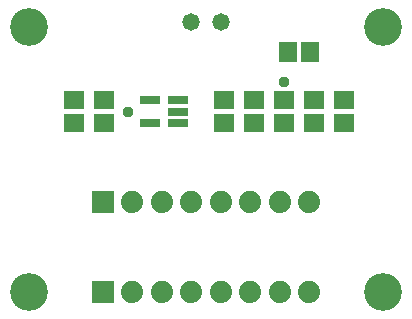
<source format=gbr>
G04 EAGLE Gerber RS-274X export*
G75*
%MOMM*%
%FSLAX34Y34*%
%LPD*%
%INSoldermask Top*%
%IPPOS*%
%AMOC8*
5,1,8,0,0,1.08239X$1,22.5*%
G01*
%ADD10C,3.203200*%
%ADD11R,1.703200X1.503200*%
%ADD12R,1.503200X1.703200*%
%ADD13C,1.473200*%
%ADD14R,1.676400X0.762000*%
%ADD15R,1.879600X1.879600*%
%ADD16C,1.879600*%
%ADD17C,0.959600*%


D10*
X37500Y37500D03*
X337500Y37500D03*
X37500Y262500D03*
X337500Y262500D03*
D11*
X304200Y181200D03*
X304200Y200200D03*
D12*
X256800Y241300D03*
X275800Y241300D03*
D13*
X200200Y266900D03*
X174800Y266900D03*
D11*
X101000Y181200D03*
X101000Y200200D03*
X202600Y181200D03*
X202600Y200200D03*
X253400Y181200D03*
X253400Y200200D03*
X278800Y200200D03*
X278800Y181200D03*
D14*
X163738Y181302D03*
X163738Y190700D03*
X163738Y200098D03*
X139862Y200098D03*
X139862Y181302D03*
D11*
X75600Y200200D03*
X75600Y181200D03*
X228000Y181200D03*
X228000Y200200D03*
D15*
X100000Y114300D03*
D16*
X125000Y114300D03*
X150000Y114300D03*
X175000Y114300D03*
X200000Y114300D03*
X225000Y114300D03*
X250000Y114300D03*
X275000Y114300D03*
D15*
X100000Y37500D03*
D16*
X125000Y37500D03*
X150000Y37500D03*
X175000Y37500D03*
X200000Y37500D03*
X225000Y37500D03*
X250000Y37500D03*
X275000Y37500D03*
D17*
X121320Y190700D03*
X253400Y216100D03*
M02*

</source>
